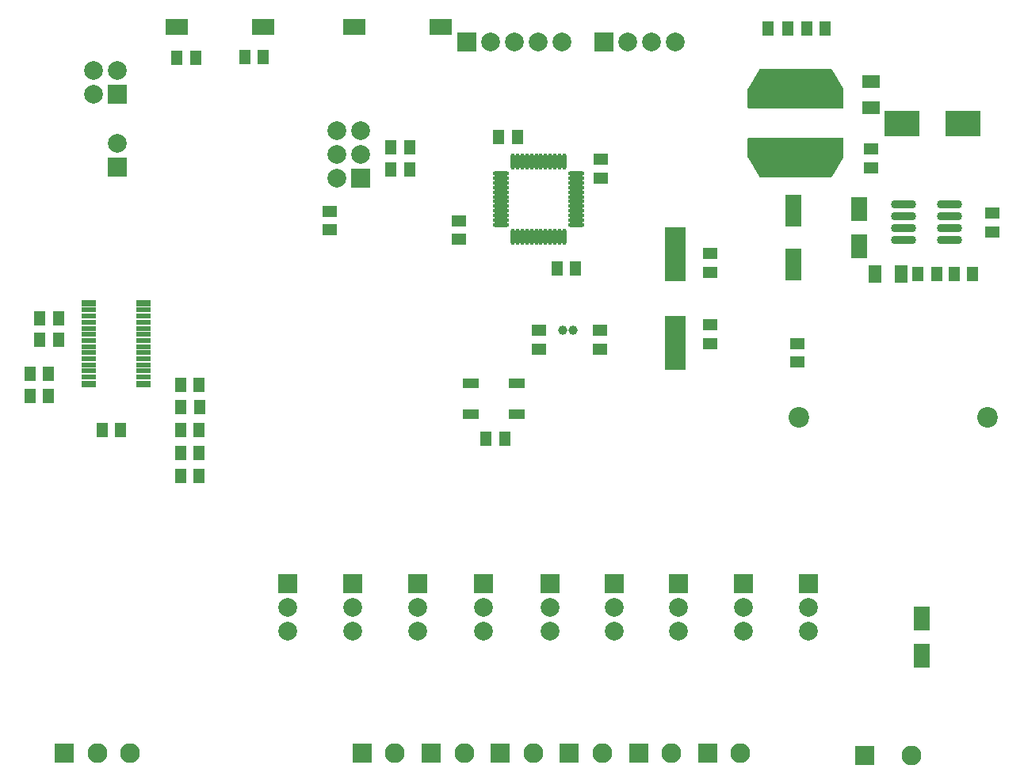
<source format=gts>
G04*
G04 #@! TF.GenerationSoftware,Altium Limited,Altium Designer,19.0.9 (268)*
G04*
G04 Layer_Color=8388736*
%FSLAX25Y25*%
%MOIN*%
G70*
G01*
G75*
%ADD41R,0.06102X0.02362*%
%ADD42R,0.06102X0.03150*%
%ADD43R,0.06693X0.04331*%
%ADD44O,0.01772X0.06890*%
%ADD45O,0.06890X0.01772*%
%ADD46O,0.10630X0.03543*%
%ADD47R,0.06890X0.10039*%
%ADD48R,0.07087X0.13189*%
%ADD49R,0.06496X0.04724*%
%ADD50R,0.06102X0.05118*%
%ADD51R,0.04724X0.06496*%
%ADD52R,0.05118X0.06496*%
%ADD53R,0.06693X0.06693*%
%ADD54R,0.14567X0.10630*%
%ADD55R,0.07480X0.05512*%
%ADD56R,0.05512X0.07480*%
%ADD57R,0.09370X0.07087*%
%ADD58R,0.09449X0.07087*%
%ADD59R,0.05118X0.06102*%
%ADD60R,0.09055X0.22835*%
%ADD61C,0.08661*%
%ADD62C,0.08284*%
%ADD63R,0.08284X0.08284*%
%ADD64C,0.07874*%
%ADD65R,0.07874X0.07874*%
%ADD66R,0.07874X0.07874*%
%ADD67C,0.03937*%
G36*
X387847Y282281D02*
X387897Y282271D01*
X387946Y282254D01*
X387993Y282231D01*
X388035Y282203D01*
X388074Y282169D01*
X388108Y282130D01*
X388137Y282087D01*
X388160Y282041D01*
X388176Y281992D01*
X388186Y281941D01*
X388190Y281890D01*
X388190Y274016D01*
X388190Y274014D01*
X388190Y274012D01*
X388188Y273988D01*
X388187Y273964D01*
X388186Y273963D01*
X388186Y273961D01*
X388181Y273938D01*
X388176Y273914D01*
X388176Y273912D01*
X388176Y273910D01*
X388168Y273888D01*
X388160Y273865D01*
X388159Y273863D01*
X388159Y273862D01*
X388148Y273840D01*
X388137Y273818D01*
X388136Y273817D01*
X388135Y273816D01*
X383446Y265843D01*
X383432Y265823D01*
X383419Y265803D01*
X383418Y265802D01*
X383417Y265801D01*
X383400Y265782D01*
X383385Y265764D01*
X383383Y265763D01*
X383382Y265762D01*
X383364Y265746D01*
X383346Y265730D01*
X383345Y265729D01*
X383343Y265728D01*
X383323Y265715D01*
X383303Y265702D01*
X383301Y265701D01*
X383300Y265700D01*
X383278Y265690D01*
X383257Y265679D01*
X383255Y265678D01*
X383254Y265678D01*
X383231Y265670D01*
X383208Y265662D01*
X383206Y265662D01*
X383205Y265661D01*
X383181Y265657D01*
X383157Y265652D01*
X383155Y265652D01*
X383154Y265652D01*
X383130Y265650D01*
X383106Y265649D01*
X353115D01*
X353091Y265650D01*
X353067Y265652D01*
X353065Y265652D01*
X353063Y265652D01*
X353040Y265657D01*
X353016Y265661D01*
X353014Y265662D01*
X353013Y265662D01*
X352989Y265670D01*
X352967Y265678D01*
X352965Y265678D01*
X352964Y265679D01*
X352942Y265690D01*
X352920Y265700D01*
X352919Y265701D01*
X352918Y265702D01*
X352898Y265715D01*
X352877Y265728D01*
X352876Y265729D01*
X352875Y265730D01*
X352857Y265746D01*
X352838Y265762D01*
X352837Y265763D01*
X352836Y265764D01*
X352820Y265782D01*
X352804Y265801D01*
X352803Y265802D01*
X352802Y265803D01*
X352788Y265823D01*
X352775Y265843D01*
X348085Y273816D01*
X348084Y273817D01*
X348083Y273818D01*
X348073Y273840D01*
X348062Y273862D01*
X348061Y273863D01*
X348061Y273865D01*
X348053Y273888D01*
X348045Y273910D01*
X348045Y273912D01*
X348044Y273914D01*
X348039Y273938D01*
X348035Y273961D01*
X348034Y273963D01*
X348034Y273964D01*
X348032Y273988D01*
X348031Y274012D01*
X348031Y274014D01*
X348031Y274016D01*
Y281890D01*
X348034Y281941D01*
X348044Y281992D01*
X348061Y282041D01*
X348083Y282087D01*
X348112Y282130D01*
X348146Y282169D01*
X348185Y282203D01*
X348228Y282231D01*
X348274Y282254D01*
X348323Y282271D01*
X348374Y282281D01*
X348425Y282284D01*
X387795D01*
X387847Y282281D01*
D02*
G37*
G36*
X383071Y311220D02*
X383096Y311218D01*
X383098Y311218D01*
X383099Y311218D01*
X383123Y311213D01*
X383147Y311209D01*
X383148Y311208D01*
X383150Y311208D01*
X383173Y311200D01*
X383196Y311192D01*
X383197Y311192D01*
X383199Y311191D01*
X383221Y311180D01*
X383242Y311170D01*
X383244Y311169D01*
X383245Y311168D01*
X383265Y311155D01*
X383285Y311142D01*
X383287Y311141D01*
X383288Y311140D01*
X383306Y311124D01*
X383324Y311108D01*
X383326Y311107D01*
X383327Y311106D01*
X383343Y311088D01*
X383359Y311069D01*
X383360Y311068D01*
X383361Y311067D01*
X383374Y311047D01*
X383388Y311027D01*
X388135Y302956D01*
X388136Y302955D01*
X388137Y302953D01*
X388148Y302932D01*
X388159Y302910D01*
X388159Y302908D01*
X388160Y302907D01*
X388168Y302884D01*
X388176Y302861D01*
X388176Y302859D01*
X388176Y302858D01*
X388181Y302835D01*
X388186Y302811D01*
X388186Y302809D01*
X388186Y302807D01*
X388188Y302784D01*
X388190Y302759D01*
X388190Y302758D01*
X388190Y302756D01*
Y294882D01*
X388186Y294830D01*
X388176Y294780D01*
X388160Y294731D01*
X388137Y294685D01*
X388108Y294642D01*
X388074Y294603D01*
X388035Y294569D01*
X387993Y294540D01*
X387946Y294517D01*
X387897Y294501D01*
X387847Y294491D01*
X387795Y294487D01*
X348425D01*
X348374Y294491D01*
X348323Y294501D01*
X348274Y294517D01*
X348228Y294540D01*
X348185Y294569D01*
X348146Y294603D01*
X348112Y294642D01*
X348083Y294685D01*
X348061Y294731D01*
X348044Y294780D01*
X348034Y294830D01*
X348031Y294882D01*
X348031Y302756D01*
X348031Y302758D01*
X348031Y302759D01*
X348032Y302784D01*
X348034Y302807D01*
X348034Y302809D01*
X348035Y302811D01*
X348039Y302834D01*
X348044Y302858D01*
X348045Y302860D01*
X348045Y302861D01*
X348053Y302884D01*
X348061Y302907D01*
X348061Y302908D01*
X348062Y302910D01*
X348073Y302932D01*
X348083Y302953D01*
X348084Y302955D01*
X348085Y302956D01*
X352833Y311027D01*
X352846Y311047D01*
X352860Y311067D01*
X352861Y311068D01*
X352862Y311069D01*
X352877Y311087D01*
X352894Y311106D01*
X352895Y311107D01*
X352896Y311108D01*
X352915Y311124D01*
X352933Y311140D01*
X352934Y311141D01*
X352935Y311142D01*
X352956Y311155D01*
X352976Y311168D01*
X352977Y311169D01*
X352978Y311170D01*
X353000Y311180D01*
X353022Y311191D01*
X353023Y311192D01*
X353025Y311192D01*
X353047Y311200D01*
X353071Y311208D01*
X353072Y311208D01*
X353074Y311209D01*
X353098Y311213D01*
X353121Y311218D01*
X353123Y311218D01*
X353124Y311218D01*
X353149Y311220D01*
X353173Y311221D01*
X383048D01*
X383071Y311220D01*
D02*
G37*
D41*
X70768Y186713D02*
D03*
Y184153D02*
D03*
Y181595D02*
D03*
Y189272D02*
D03*
Y191831D02*
D03*
X93799D02*
D03*
Y189272D02*
D03*
Y181595D02*
D03*
Y184153D02*
D03*
Y186713D02*
D03*
Y194390D02*
D03*
Y196949D02*
D03*
Y199508D02*
D03*
Y202067D02*
D03*
Y209744D02*
D03*
Y207185D02*
D03*
Y204626D02*
D03*
X70768D02*
D03*
Y207185D02*
D03*
Y209744D02*
D03*
Y202067D02*
D03*
Y199508D02*
D03*
Y196949D02*
D03*
Y194390D02*
D03*
D42*
X93799Y178642D02*
D03*
Y212697D02*
D03*
X70768D02*
D03*
Y178642D02*
D03*
D43*
X231496Y178740D02*
D03*
Y165748D02*
D03*
X250787D02*
D03*
Y178740D02*
D03*
D44*
X249213Y240551D02*
D03*
X251181D02*
D03*
X253150D02*
D03*
X255118D02*
D03*
X257087D02*
D03*
X259055D02*
D03*
X261024D02*
D03*
X262992D02*
D03*
X264961D02*
D03*
X266929D02*
D03*
X268898D02*
D03*
X270866D02*
D03*
Y272244D02*
D03*
X268898D02*
D03*
X266929D02*
D03*
X264961D02*
D03*
X262992D02*
D03*
X261024D02*
D03*
X259055D02*
D03*
X257087D02*
D03*
X255118D02*
D03*
X253150D02*
D03*
X251181D02*
D03*
X249213D02*
D03*
D45*
X275886Y245571D02*
D03*
Y247539D02*
D03*
Y249508D02*
D03*
Y251476D02*
D03*
Y253445D02*
D03*
Y255413D02*
D03*
Y257382D02*
D03*
Y259350D02*
D03*
Y261319D02*
D03*
Y263287D02*
D03*
Y265256D02*
D03*
Y267224D02*
D03*
X244193D02*
D03*
Y265256D02*
D03*
Y263287D02*
D03*
Y261319D02*
D03*
Y259350D02*
D03*
Y257382D02*
D03*
Y255413D02*
D03*
Y253445D02*
D03*
Y251476D02*
D03*
Y249508D02*
D03*
Y247539D02*
D03*
Y245571D02*
D03*
D46*
X432874Y239154D02*
D03*
Y244153D02*
D03*
Y249153D02*
D03*
Y254153D02*
D03*
X413583Y239154D02*
D03*
Y244153D02*
D03*
Y249153D02*
D03*
Y254153D02*
D03*
D47*
X421260Y79823D02*
D03*
Y64272D02*
D03*
X394783Y236713D02*
D03*
Y252264D02*
D03*
D48*
X367126Y251575D02*
D03*
Y228740D02*
D03*
D49*
X450886Y250492D02*
D03*
Y242618D02*
D03*
X172047Y243406D02*
D03*
Y251279D02*
D03*
D50*
X399705Y269685D02*
D03*
Y277559D02*
D03*
X332281Y233465D02*
D03*
Y225591D02*
D03*
X332281Y195669D02*
D03*
Y203543D02*
D03*
X285728Y201181D02*
D03*
Y193307D02*
D03*
X260236Y201181D02*
D03*
Y193307D02*
D03*
X368898Y187795D02*
D03*
Y195669D02*
D03*
X286319Y273228D02*
D03*
Y265354D02*
D03*
X226673Y239469D02*
D03*
Y247342D02*
D03*
D51*
X434744Y224803D02*
D03*
X442618D02*
D03*
X427559Y224902D02*
D03*
X419685D02*
D03*
X372736Y328150D02*
D03*
X380610D02*
D03*
X197933Y278346D02*
D03*
X205807D02*
D03*
X197933Y268996D02*
D03*
X205807D02*
D03*
X46161Y182841D02*
D03*
X54036D02*
D03*
X46161Y173524D02*
D03*
X54035D02*
D03*
X58071Y197080D02*
D03*
X50197D02*
D03*
X109488Y178150D02*
D03*
X117362D02*
D03*
X109646Y168799D02*
D03*
X117520D02*
D03*
X109488Y159153D02*
D03*
X117362D02*
D03*
X109488Y149606D02*
D03*
X117362D02*
D03*
X109488Y139961D02*
D03*
X117362D02*
D03*
X58071Y206398D02*
D03*
X50197D02*
D03*
X136417Y316240D02*
D03*
X144291D02*
D03*
D52*
X356693Y328150D02*
D03*
X364961D02*
D03*
D53*
X368110Y278740D02*
D03*
Y298031D02*
D03*
D54*
X438386Y288386D02*
D03*
X412795D02*
D03*
D55*
X399705Y294980D02*
D03*
Y306004D02*
D03*
D56*
X412402Y224803D02*
D03*
X401378D02*
D03*
D57*
X182697Y329035D02*
D03*
X144075D02*
D03*
D58*
X218878D02*
D03*
X107894D02*
D03*
D59*
X237927Y155512D02*
D03*
X245801D02*
D03*
X267717Y227264D02*
D03*
X275590D02*
D03*
X243307Y282480D02*
D03*
X251181D02*
D03*
X76378Y159311D02*
D03*
X84252D02*
D03*
X115748Y316043D02*
D03*
X107874D02*
D03*
D60*
X317520Y195866D02*
D03*
Y233268D02*
D03*
D61*
X449016Y164567D02*
D03*
X369390D02*
D03*
D62*
X88189Y23228D02*
D03*
X74410D02*
D03*
X416929Y22244D02*
D03*
X199680Y23143D02*
D03*
X228719D02*
D03*
X257759D02*
D03*
X286800D02*
D03*
X315840D02*
D03*
X344880D02*
D03*
D63*
X60630Y23228D02*
D03*
X397244Y22244D02*
D03*
X185900Y23143D02*
D03*
X214940D02*
D03*
X243980D02*
D03*
X273020D02*
D03*
X302060D02*
D03*
X331100D02*
D03*
D64*
X307697Y322441D02*
D03*
X297696Y322441D02*
D03*
X317697Y322441D02*
D03*
X269921Y322539D02*
D03*
X259921Y322441D02*
D03*
X239921Y322441D02*
D03*
X249921Y322441D02*
D03*
X185237Y275157D02*
D03*
X185236Y285157D02*
D03*
X175236Y265158D02*
D03*
Y275157D02*
D03*
Y285157D02*
D03*
X209350Y74543D02*
D03*
Y84543D02*
D03*
X181975Y74543D02*
D03*
Y84543D02*
D03*
X154600Y74543D02*
D03*
Y84543D02*
D03*
X292028Y74543D02*
D03*
Y84543D02*
D03*
X264961Y74543D02*
D03*
Y84543D02*
D03*
X236725Y74543D02*
D03*
Y84543D02*
D03*
X373600Y74543D02*
D03*
Y84543D02*
D03*
X346225Y74543D02*
D03*
Y84543D02*
D03*
X318850Y74543D02*
D03*
Y84543D02*
D03*
X72874Y310689D02*
D03*
Y300689D02*
D03*
X82874Y310689D02*
D03*
Y279980D02*
D03*
D65*
X287697Y322441D02*
D03*
X229921D02*
D03*
X209350Y94543D02*
D03*
X181975D02*
D03*
X154600D02*
D03*
X292028D02*
D03*
X264961D02*
D03*
X236725D02*
D03*
X373600D02*
D03*
X346225D02*
D03*
X318850D02*
D03*
D66*
X185237Y265157D02*
D03*
X82874Y300689D02*
D03*
X82874Y269980D02*
D03*
D67*
X274583Y201181D02*
D03*
X270253Y201181D02*
D03*
M02*

</source>
